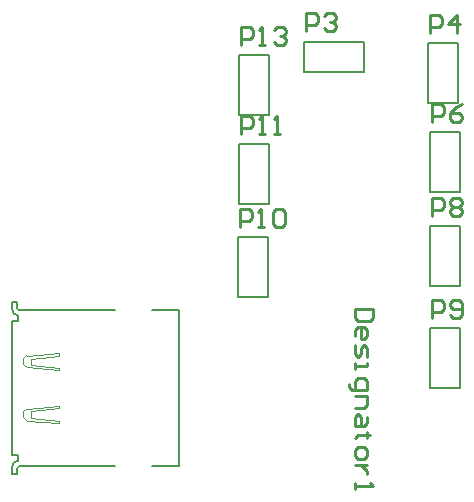
<source format=gto>
%FSLAX25Y25*%
%MOIN*%
G70*
G01*
G75*
G04 Layer_Color=65535*
%ADD10C,0.06000*%
%ADD11C,0.01000*%
%ADD12R,0.05622X0.05622*%
%ADD13C,0.05622*%
%ADD14C,0.11024*%
%ADD15C,0.05906*%
%ADD16R,0.05906X0.05906*%
%ADD17R,0.05906X0.05906*%
%ADD18C,0.00400*%
%ADD19C,0.00500*%
%ADD20C,0.00787*%
D11*
X365498Y337500D02*
X359500D01*
Y334501D01*
X360500Y333501D01*
X364498D01*
X365498Y334501D01*
Y337500D01*
X359500Y328503D02*
Y330502D01*
X360500Y331502D01*
X362499D01*
X363499Y330502D01*
Y328503D01*
X362499Y327503D01*
X361499D01*
Y331502D01*
X359500Y325504D02*
Y322505D01*
X360500Y321505D01*
X361499Y322505D01*
Y324504D01*
X362499Y325504D01*
X363499Y324504D01*
Y321505D01*
X359500Y319506D02*
Y317507D01*
Y318506D01*
X363499D01*
Y319506D01*
X357501Y312508D02*
Y311508D01*
X358500Y310509D01*
X363499D01*
Y313508D01*
X362499Y314507D01*
X360500D01*
X359500Y313508D01*
Y310509D01*
Y308509D02*
X363499D01*
Y305510D01*
X362499Y304511D01*
X359500D01*
X363499Y301512D02*
Y299512D01*
X362499Y298513D01*
X359500D01*
Y301512D01*
X360500Y302511D01*
X361499Y301512D01*
Y298513D01*
X364498Y295514D02*
X363499D01*
Y296513D01*
Y294514D01*
Y295514D01*
X360500D01*
X359500Y294514D01*
Y290515D02*
Y288516D01*
X360500Y287516D01*
X362499D01*
X363499Y288516D01*
Y290515D01*
X362499Y291515D01*
X360500D01*
X359500Y290515D01*
X363499Y285517D02*
X359500D01*
X361499D01*
X362499Y284517D01*
X363499Y283518D01*
Y282518D01*
X359500Y279519D02*
Y277519D01*
Y278519D01*
X365498D01*
X364498Y279519D01*
X343100Y429900D02*
Y435898D01*
X346099D01*
X347099Y434898D01*
Y432899D01*
X346099Y431899D01*
X343100D01*
X349098Y434898D02*
X350098Y435898D01*
X352097D01*
X353097Y434898D01*
Y433899D01*
X352097Y432899D01*
X351097D01*
X352097D01*
X353097Y431899D01*
Y430900D01*
X352097Y429900D01*
X350098D01*
X349098Y430900D01*
X384650Y429350D02*
Y435348D01*
X387649D01*
X388649Y434348D01*
Y432349D01*
X387649Y431349D01*
X384650D01*
X393647Y429350D02*
Y435348D01*
X390648Y432349D01*
X394647D01*
X385150Y399850D02*
Y405848D01*
X388149D01*
X389149Y404848D01*
Y402849D01*
X388149Y401849D01*
X385150D01*
X395147Y405848D02*
X393147Y404848D01*
X391148Y402849D01*
Y400850D01*
X392148Y399850D01*
X394147D01*
X395147Y400850D01*
Y401849D01*
X394147Y402849D01*
X391148D01*
X385150Y368350D02*
Y374348D01*
X388149D01*
X389149Y373348D01*
Y371349D01*
X388149Y370349D01*
X385150D01*
X391148Y373348D02*
X392148Y374348D01*
X394147D01*
X395147Y373348D01*
Y372349D01*
X394147Y371349D01*
X395147Y370349D01*
Y369350D01*
X394147Y368350D01*
X392148D01*
X391148Y369350D01*
Y370349D01*
X392148Y371349D01*
X391148Y372349D01*
Y373348D01*
X392148Y371349D02*
X394147D01*
X385150Y334350D02*
Y340348D01*
X388149D01*
X389149Y339348D01*
Y337349D01*
X388149Y336349D01*
X385150D01*
X391148Y335350D02*
X392148Y334350D01*
X394147D01*
X395147Y335350D01*
Y339348D01*
X394147Y340348D01*
X392148D01*
X391148Y339348D01*
Y338349D01*
X392148Y337349D01*
X395147D01*
X321150Y364850D02*
Y370848D01*
X324149D01*
X325149Y369848D01*
Y367849D01*
X324149Y366849D01*
X321150D01*
X327148Y364850D02*
X329147D01*
X328148D01*
Y370848D01*
X327148Y369848D01*
X332146D02*
X333146Y370848D01*
X335145D01*
X336145Y369848D01*
Y365850D01*
X335145Y364850D01*
X333146D01*
X332146Y365850D01*
Y369848D01*
X321650Y395850D02*
Y401848D01*
X324649D01*
X325649Y400848D01*
Y398849D01*
X324649Y397849D01*
X321650D01*
X327648Y395850D02*
X329647D01*
X328648D01*
Y401848D01*
X327648Y400848D01*
X332646Y395850D02*
X334646D01*
X333646D01*
Y401848D01*
X332646Y400848D01*
X321650Y425350D02*
Y431348D01*
X324649D01*
X325649Y430348D01*
Y428349D01*
X324649Y427349D01*
X321650D01*
X327648Y425350D02*
X329647D01*
X328648D01*
Y431348D01*
X327648Y430348D01*
X332646D02*
X333646Y431348D01*
X335646D01*
X336645Y430348D01*
Y429349D01*
X335646Y428349D01*
X334646D01*
X335646D01*
X336645Y427349D01*
Y426350D01*
X335646Y425350D01*
X333646D01*
X332646Y426350D01*
D18*
X250179Y321832D02*
G03*
X249157Y321015I88J-1157D01*
G01*
X249158Y321015D02*
G03*
X249158Y318767I3666J-1124D01*
G01*
X249157Y318766D02*
G03*
X250179Y317949I1110J340D01*
G01*
X249157Y300985D02*
G03*
X250179Y300168I1110J340D01*
G01*
X249158Y303234D02*
G03*
X249158Y300986I3666J-1124D01*
G01*
X250179Y304051D02*
G03*
X249157Y303234I88J-1157D01*
G01*
X250179Y321832D02*
X261012Y322650D01*
X250179Y317949D02*
X261012Y316927D01*
Y317745D01*
X251610Y318766D02*
X261012Y317745D01*
X251610Y318766D02*
Y320811D01*
X261012Y321832D01*
Y322650D01*
X250179Y300168D02*
X261012Y299351D01*
X250179Y304051D02*
X261012Y305074D01*
Y304256D02*
Y305074D01*
X251610Y303234D02*
X261012Y304256D01*
X251610Y301190D02*
Y303234D01*
Y301190D02*
X261012Y300168D01*
Y299351D02*
Y300168D01*
D19*
X247305Y286827D02*
G03*
X245233Y284754I0J-2073D01*
G01*
X247564Y285013D02*
G03*
X246787Y284236I0J-777D01*
G01*
Y337764D02*
G03*
X247564Y336987I777J0D01*
G01*
X245233Y337246D02*
G03*
X247305Y335173I2073J0D01*
G01*
X247564Y285013D02*
X279580D01*
X291788Y285015D02*
X300724D01*
X247564Y336987D02*
X279580D01*
X291788Y336984D02*
X300724D01*
Y285015D02*
Y336984D01*
X245213Y288795D02*
Y333205D01*
X245232Y282457D02*
Y284754D01*
X247305Y286827D02*
Y288795D01*
X245213D02*
X247305D01*
X246787Y282457D02*
Y284236D01*
X245232Y282457D02*
X246787D01*
X245232Y339543D02*
X246787D01*
Y337764D02*
Y339543D01*
X245213Y333205D02*
X247305D01*
Y335173D01*
X245232Y337246D02*
Y339543D01*
D20*
X321000Y402000D02*
Y422000D01*
Y402000D02*
X331000D01*
Y422000D01*
X321000D02*
X331000D01*
X384500Y311000D02*
Y331000D01*
Y311000D02*
X394500D01*
Y331000D01*
X384500D02*
X394500D01*
X321000Y372500D02*
Y392500D01*
Y372500D02*
X331000D01*
Y392500D01*
X321000D02*
X331000D01*
X384500Y345000D02*
Y365000D01*
Y345000D02*
X394500D01*
Y365000D01*
X384500D02*
X394500D01*
X384500Y376500D02*
Y396500D01*
Y376500D02*
X394500D01*
Y396500D01*
X384500D02*
X394500D01*
X320500Y341500D02*
Y361500D01*
Y341500D02*
X330500D01*
Y361500D01*
X320500D02*
X330500D01*
X384000Y406000D02*
Y426000D01*
Y406000D02*
X394000D01*
Y426000D01*
X384000D02*
X394000D01*
X342500Y426500D02*
X362500D01*
X342500Y416500D02*
Y426500D01*
Y416500D02*
X362500D01*
Y426500D01*
M02*

</source>
